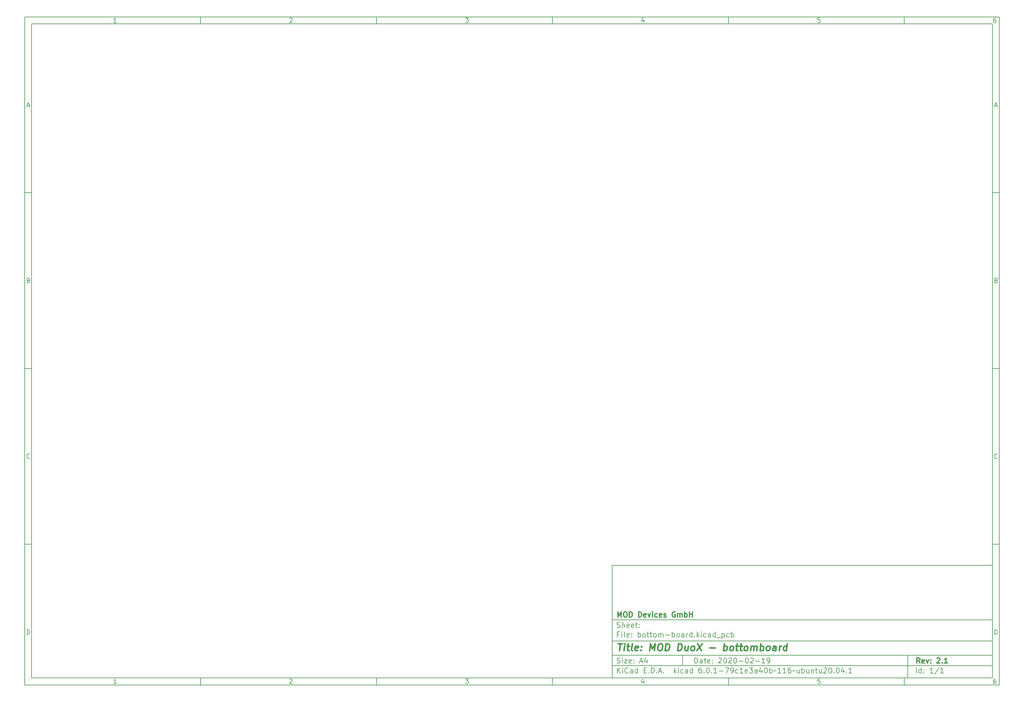
<source format=gbr>
G04 #@! TF.GenerationSoftware,KiCad,Pcbnew,6.0.1-79c1e3a40b~116~ubuntu20.04.1*
G04 #@! TF.CreationDate,2022-01-27T16:10:43+01:00*
G04 #@! TF.ProjectId,bottom-board,626f7474-6f6d-42d6-926f-6172642e6b69,2.1*
G04 #@! TF.SameCoordinates,PX48111b4PY15fd6c8*
G04 #@! TF.FileFunction,Paste,Bot*
G04 #@! TF.FilePolarity,Positive*
%FSLAX46Y46*%
G04 Gerber Fmt 4.6, Leading zero omitted, Abs format (unit mm)*
G04 Created by KiCad (PCBNEW 6.0.1-79c1e3a40b~116~ubuntu20.04.1) date 2022-01-27 16:10:43*
%MOMM*%
%LPD*%
G01*
G04 APERTURE LIST*
%ADD10C,0.100000*%
%ADD11C,0.150000*%
%ADD12C,0.300000*%
%ADD13C,0.400000*%
G04 APERTURE END LIST*
D10*
D11*
X101434660Y-142949080D02*
X101434660Y-174949080D01*
X209434660Y-174949080D01*
X209434660Y-142949080D01*
X101434660Y-142949080D01*
D10*
D11*
X-65567540Y13058120D02*
X-65567540Y-176949080D01*
X211434660Y-176949080D01*
X211434660Y13058120D01*
X-65567540Y13058120D01*
D10*
D11*
X-63567540Y11058120D02*
X-63567540Y-174949080D01*
X209434660Y-174949080D01*
X209434660Y11058120D01*
X-63567540Y11058120D01*
D10*
D11*
X-15567540Y11058120D02*
X-15567540Y13058120D01*
D10*
D11*
X34432460Y11058120D02*
X34432460Y13058120D01*
D10*
D11*
X84432460Y11058120D02*
X84432460Y13058120D01*
D10*
D11*
X134432460Y11058120D02*
X134432460Y13058120D01*
D10*
D11*
X184432460Y11058120D02*
X184432460Y13058120D01*
D10*
D11*
X-39502064Y11470025D02*
X-40244921Y11470025D01*
X-39873493Y11470025D02*
X-39873493Y12770025D01*
X-39997302Y12584311D01*
X-40121112Y12460501D01*
X-40244921Y12398597D01*
D10*
D11*
X9755079Y12646216D02*
X9816983Y12708120D01*
X9940793Y12770025D01*
X10250317Y12770025D01*
X10374126Y12708120D01*
X10436031Y12646216D01*
X10497936Y12522406D01*
X10497936Y12398597D01*
X10436031Y12212882D01*
X9693174Y11470025D01*
X10497936Y11470025D01*
D10*
D11*
X59693174Y12770025D02*
X60497936Y12770025D01*
X60064602Y12274787D01*
X60250317Y12274787D01*
X60374126Y12212882D01*
X60436031Y12150978D01*
X60497936Y12027168D01*
X60497936Y11717644D01*
X60436031Y11593835D01*
X60374126Y11531930D01*
X60250317Y11470025D01*
X59878888Y11470025D01*
X59755079Y11531930D01*
X59693174Y11593835D01*
D10*
D11*
X110374126Y12336692D02*
X110374126Y11470025D01*
X110064602Y12831930D02*
X109755079Y11903359D01*
X110559840Y11903359D01*
D10*
D11*
X160436031Y12770025D02*
X159816983Y12770025D01*
X159755079Y12150978D01*
X159816983Y12212882D01*
X159940793Y12274787D01*
X160250317Y12274787D01*
X160374126Y12212882D01*
X160436031Y12150978D01*
X160497936Y12027168D01*
X160497936Y11717644D01*
X160436031Y11593835D01*
X160374126Y11531930D01*
X160250317Y11470025D01*
X159940793Y11470025D01*
X159816983Y11531930D01*
X159755079Y11593835D01*
D10*
D11*
X210374126Y12770025D02*
X210126507Y12770025D01*
X210002698Y12708120D01*
X209940793Y12646216D01*
X209816983Y12460501D01*
X209755079Y12212882D01*
X209755079Y11717644D01*
X209816983Y11593835D01*
X209878888Y11531930D01*
X210002698Y11470025D01*
X210250317Y11470025D01*
X210374126Y11531930D01*
X210436031Y11593835D01*
X210497936Y11717644D01*
X210497936Y12027168D01*
X210436031Y12150978D01*
X210374126Y12212882D01*
X210250317Y12274787D01*
X210002698Y12274787D01*
X209878888Y12212882D01*
X209816983Y12150978D01*
X209755079Y12027168D01*
D10*
D11*
X-15567540Y-174949080D02*
X-15567540Y-176949080D01*
D10*
D11*
X34432460Y-174949080D02*
X34432460Y-176949080D01*
D10*
D11*
X84432460Y-174949080D02*
X84432460Y-176949080D01*
D10*
D11*
X134432460Y-174949080D02*
X134432460Y-176949080D01*
D10*
D11*
X184432460Y-174949080D02*
X184432460Y-176949080D01*
D10*
D11*
X-39502064Y-176537175D02*
X-40244921Y-176537175D01*
X-39873493Y-176537175D02*
X-39873493Y-175237175D01*
X-39997302Y-175422889D01*
X-40121112Y-175546699D01*
X-40244921Y-175608603D01*
D10*
D11*
X9755079Y-175360984D02*
X9816983Y-175299080D01*
X9940793Y-175237175D01*
X10250317Y-175237175D01*
X10374126Y-175299080D01*
X10436031Y-175360984D01*
X10497936Y-175484794D01*
X10497936Y-175608603D01*
X10436031Y-175794318D01*
X9693174Y-176537175D01*
X10497936Y-176537175D01*
D10*
D11*
X59693174Y-175237175D02*
X60497936Y-175237175D01*
X60064602Y-175732413D01*
X60250317Y-175732413D01*
X60374126Y-175794318D01*
X60436031Y-175856222D01*
X60497936Y-175980032D01*
X60497936Y-176289556D01*
X60436031Y-176413365D01*
X60374126Y-176475270D01*
X60250317Y-176537175D01*
X59878888Y-176537175D01*
X59755079Y-176475270D01*
X59693174Y-176413365D01*
D10*
D11*
X110374126Y-175670508D02*
X110374126Y-176537175D01*
X110064602Y-175175270D02*
X109755079Y-176103841D01*
X110559840Y-176103841D01*
D10*
D11*
X160436031Y-175237175D02*
X159816983Y-175237175D01*
X159755079Y-175856222D01*
X159816983Y-175794318D01*
X159940793Y-175732413D01*
X160250317Y-175732413D01*
X160374126Y-175794318D01*
X160436031Y-175856222D01*
X160497936Y-175980032D01*
X160497936Y-176289556D01*
X160436031Y-176413365D01*
X160374126Y-176475270D01*
X160250317Y-176537175D01*
X159940793Y-176537175D01*
X159816983Y-176475270D01*
X159755079Y-176413365D01*
D10*
D11*
X210374126Y-175237175D02*
X210126507Y-175237175D01*
X210002698Y-175299080D01*
X209940793Y-175360984D01*
X209816983Y-175546699D01*
X209755079Y-175794318D01*
X209755079Y-176289556D01*
X209816983Y-176413365D01*
X209878888Y-176475270D01*
X210002698Y-176537175D01*
X210250317Y-176537175D01*
X210374126Y-176475270D01*
X210436031Y-176413365D01*
X210497936Y-176289556D01*
X210497936Y-175980032D01*
X210436031Y-175856222D01*
X210374126Y-175794318D01*
X210250317Y-175732413D01*
X210002698Y-175732413D01*
X209878888Y-175794318D01*
X209816983Y-175856222D01*
X209755079Y-175980032D01*
D10*
D11*
X-65567540Y-36941880D02*
X-63567540Y-36941880D01*
D10*
D11*
X-65567540Y-86941880D02*
X-63567540Y-86941880D01*
D10*
D11*
X-65567540Y-136941880D02*
X-63567540Y-136941880D01*
D10*
D11*
X-64877064Y-12158546D02*
X-64258017Y-12158546D01*
X-65000874Y-12529975D02*
X-64567540Y-11229975D01*
X-64134207Y-12529975D01*
D10*
D11*
X-64474683Y-61849022D02*
X-64288969Y-61910927D01*
X-64227064Y-61972832D01*
X-64165160Y-62096641D01*
X-64165160Y-62282356D01*
X-64227064Y-62406165D01*
X-64288969Y-62468070D01*
X-64412779Y-62529975D01*
X-64908017Y-62529975D01*
X-64908017Y-61229975D01*
X-64474683Y-61229975D01*
X-64350874Y-61291880D01*
X-64288969Y-61353784D01*
X-64227064Y-61477594D01*
X-64227064Y-61601403D01*
X-64288969Y-61725213D01*
X-64350874Y-61787118D01*
X-64474683Y-61849022D01*
X-64908017Y-61849022D01*
D10*
D11*
X-64165160Y-112406165D02*
X-64227064Y-112468070D01*
X-64412779Y-112529975D01*
X-64536588Y-112529975D01*
X-64722302Y-112468070D01*
X-64846112Y-112344260D01*
X-64908017Y-112220451D01*
X-64969921Y-111972832D01*
X-64969921Y-111787118D01*
X-64908017Y-111539499D01*
X-64846112Y-111415689D01*
X-64722302Y-111291880D01*
X-64536588Y-111229975D01*
X-64412779Y-111229975D01*
X-64227064Y-111291880D01*
X-64165160Y-111353784D01*
D10*
D11*
X-64908017Y-162529975D02*
X-64908017Y-161229975D01*
X-64598493Y-161229975D01*
X-64412779Y-161291880D01*
X-64288969Y-161415689D01*
X-64227064Y-161539499D01*
X-64165160Y-161787118D01*
X-64165160Y-161972832D01*
X-64227064Y-162220451D01*
X-64288969Y-162344260D01*
X-64412779Y-162468070D01*
X-64598493Y-162529975D01*
X-64908017Y-162529975D01*
D10*
D11*
X211434660Y-36941880D02*
X209434660Y-36941880D01*
D10*
D11*
X211434660Y-86941880D02*
X209434660Y-86941880D01*
D10*
D11*
X211434660Y-136941880D02*
X209434660Y-136941880D01*
D10*
D11*
X210125136Y-12158546D02*
X210744183Y-12158546D01*
X210001326Y-12529975D02*
X210434660Y-11229975D01*
X210867993Y-12529975D01*
D10*
D11*
X210527517Y-61849022D02*
X210713231Y-61910927D01*
X210775136Y-61972832D01*
X210837040Y-62096641D01*
X210837040Y-62282356D01*
X210775136Y-62406165D01*
X210713231Y-62468070D01*
X210589421Y-62529975D01*
X210094183Y-62529975D01*
X210094183Y-61229975D01*
X210527517Y-61229975D01*
X210651326Y-61291880D01*
X210713231Y-61353784D01*
X210775136Y-61477594D01*
X210775136Y-61601403D01*
X210713231Y-61725213D01*
X210651326Y-61787118D01*
X210527517Y-61849022D01*
X210094183Y-61849022D01*
D10*
D11*
X210837040Y-112406165D02*
X210775136Y-112468070D01*
X210589421Y-112529975D01*
X210465612Y-112529975D01*
X210279898Y-112468070D01*
X210156088Y-112344260D01*
X210094183Y-112220451D01*
X210032279Y-111972832D01*
X210032279Y-111787118D01*
X210094183Y-111539499D01*
X210156088Y-111415689D01*
X210279898Y-111291880D01*
X210465612Y-111229975D01*
X210589421Y-111229975D01*
X210775136Y-111291880D01*
X210837040Y-111353784D01*
D10*
D11*
X210094183Y-162529975D02*
X210094183Y-161229975D01*
X210403707Y-161229975D01*
X210589421Y-161291880D01*
X210713231Y-161415689D01*
X210775136Y-161539499D01*
X210837040Y-161787118D01*
X210837040Y-161972832D01*
X210775136Y-162220451D01*
X210713231Y-162344260D01*
X210589421Y-162468070D01*
X210403707Y-162529975D01*
X210094183Y-162529975D01*
D10*
D11*
X124866802Y-170727651D02*
X124866802Y-169227651D01*
X125223945Y-169227651D01*
X125438231Y-169299080D01*
X125581088Y-169441937D01*
X125652517Y-169584794D01*
X125723945Y-169870508D01*
X125723945Y-170084794D01*
X125652517Y-170370508D01*
X125581088Y-170513365D01*
X125438231Y-170656222D01*
X125223945Y-170727651D01*
X124866802Y-170727651D01*
X127009660Y-170727651D02*
X127009660Y-169941937D01*
X126938231Y-169799080D01*
X126795374Y-169727651D01*
X126509660Y-169727651D01*
X126366802Y-169799080D01*
X127009660Y-170656222D02*
X126866802Y-170727651D01*
X126509660Y-170727651D01*
X126366802Y-170656222D01*
X126295374Y-170513365D01*
X126295374Y-170370508D01*
X126366802Y-170227651D01*
X126509660Y-170156222D01*
X126866802Y-170156222D01*
X127009660Y-170084794D01*
X127509660Y-169727651D02*
X128081088Y-169727651D01*
X127723945Y-169227651D02*
X127723945Y-170513365D01*
X127795374Y-170656222D01*
X127938231Y-170727651D01*
X128081088Y-170727651D01*
X129152517Y-170656222D02*
X129009660Y-170727651D01*
X128723945Y-170727651D01*
X128581088Y-170656222D01*
X128509660Y-170513365D01*
X128509660Y-169941937D01*
X128581088Y-169799080D01*
X128723945Y-169727651D01*
X129009660Y-169727651D01*
X129152517Y-169799080D01*
X129223945Y-169941937D01*
X129223945Y-170084794D01*
X128509660Y-170227651D01*
X129866802Y-170584794D02*
X129938231Y-170656222D01*
X129866802Y-170727651D01*
X129795374Y-170656222D01*
X129866802Y-170584794D01*
X129866802Y-170727651D01*
X129866802Y-169799080D02*
X129938231Y-169870508D01*
X129866802Y-169941937D01*
X129795374Y-169870508D01*
X129866802Y-169799080D01*
X129866802Y-169941937D01*
X131652517Y-169370508D02*
X131723945Y-169299080D01*
X131866802Y-169227651D01*
X132223945Y-169227651D01*
X132366802Y-169299080D01*
X132438231Y-169370508D01*
X132509660Y-169513365D01*
X132509660Y-169656222D01*
X132438231Y-169870508D01*
X131581088Y-170727651D01*
X132509660Y-170727651D01*
X133438231Y-169227651D02*
X133581088Y-169227651D01*
X133723945Y-169299080D01*
X133795374Y-169370508D01*
X133866802Y-169513365D01*
X133938231Y-169799080D01*
X133938231Y-170156222D01*
X133866802Y-170441937D01*
X133795374Y-170584794D01*
X133723945Y-170656222D01*
X133581088Y-170727651D01*
X133438231Y-170727651D01*
X133295374Y-170656222D01*
X133223945Y-170584794D01*
X133152517Y-170441937D01*
X133081088Y-170156222D01*
X133081088Y-169799080D01*
X133152517Y-169513365D01*
X133223945Y-169370508D01*
X133295374Y-169299080D01*
X133438231Y-169227651D01*
X134509660Y-169370508D02*
X134581088Y-169299080D01*
X134723945Y-169227651D01*
X135081088Y-169227651D01*
X135223945Y-169299080D01*
X135295374Y-169370508D01*
X135366802Y-169513365D01*
X135366802Y-169656222D01*
X135295374Y-169870508D01*
X134438231Y-170727651D01*
X135366802Y-170727651D01*
X136295374Y-169227651D02*
X136438231Y-169227651D01*
X136581088Y-169299080D01*
X136652517Y-169370508D01*
X136723945Y-169513365D01*
X136795374Y-169799080D01*
X136795374Y-170156222D01*
X136723945Y-170441937D01*
X136652517Y-170584794D01*
X136581088Y-170656222D01*
X136438231Y-170727651D01*
X136295374Y-170727651D01*
X136152517Y-170656222D01*
X136081088Y-170584794D01*
X136009660Y-170441937D01*
X135938231Y-170156222D01*
X135938231Y-169799080D01*
X136009660Y-169513365D01*
X136081088Y-169370508D01*
X136152517Y-169299080D01*
X136295374Y-169227651D01*
X137438231Y-170156222D02*
X138581088Y-170156222D01*
X139581088Y-169227651D02*
X139723945Y-169227651D01*
X139866802Y-169299080D01*
X139938231Y-169370508D01*
X140009660Y-169513365D01*
X140081088Y-169799080D01*
X140081088Y-170156222D01*
X140009660Y-170441937D01*
X139938231Y-170584794D01*
X139866802Y-170656222D01*
X139723945Y-170727651D01*
X139581088Y-170727651D01*
X139438231Y-170656222D01*
X139366802Y-170584794D01*
X139295374Y-170441937D01*
X139223945Y-170156222D01*
X139223945Y-169799080D01*
X139295374Y-169513365D01*
X139366802Y-169370508D01*
X139438231Y-169299080D01*
X139581088Y-169227651D01*
X140652517Y-169370508D02*
X140723945Y-169299080D01*
X140866802Y-169227651D01*
X141223945Y-169227651D01*
X141366802Y-169299080D01*
X141438231Y-169370508D01*
X141509660Y-169513365D01*
X141509660Y-169656222D01*
X141438231Y-169870508D01*
X140581088Y-170727651D01*
X141509660Y-170727651D01*
X142152517Y-170156222D02*
X143295374Y-170156222D01*
X144795374Y-170727651D02*
X143938231Y-170727651D01*
X144366802Y-170727651D02*
X144366802Y-169227651D01*
X144223945Y-169441937D01*
X144081088Y-169584794D01*
X143938231Y-169656222D01*
X145509660Y-170727651D02*
X145795374Y-170727651D01*
X145938231Y-170656222D01*
X146009660Y-170584794D01*
X146152517Y-170370508D01*
X146223945Y-170084794D01*
X146223945Y-169513365D01*
X146152517Y-169370508D01*
X146081088Y-169299080D01*
X145938231Y-169227651D01*
X145652517Y-169227651D01*
X145509660Y-169299080D01*
X145438231Y-169370508D01*
X145366802Y-169513365D01*
X145366802Y-169870508D01*
X145438231Y-170013365D01*
X145509660Y-170084794D01*
X145652517Y-170156222D01*
X145938231Y-170156222D01*
X146081088Y-170084794D01*
X146152517Y-170013365D01*
X146223945Y-169870508D01*
D10*
D11*
X101434660Y-171449080D02*
X209434660Y-171449080D01*
D10*
D11*
X102866802Y-173527651D02*
X102866802Y-172027651D01*
X103723945Y-173527651D02*
X103081088Y-172670508D01*
X103723945Y-172027651D02*
X102866802Y-172884794D01*
X104366802Y-173527651D02*
X104366802Y-172527651D01*
X104366802Y-172027651D02*
X104295374Y-172099080D01*
X104366802Y-172170508D01*
X104438231Y-172099080D01*
X104366802Y-172027651D01*
X104366802Y-172170508D01*
X105938231Y-173384794D02*
X105866802Y-173456222D01*
X105652517Y-173527651D01*
X105509660Y-173527651D01*
X105295374Y-173456222D01*
X105152517Y-173313365D01*
X105081088Y-173170508D01*
X105009660Y-172884794D01*
X105009660Y-172670508D01*
X105081088Y-172384794D01*
X105152517Y-172241937D01*
X105295374Y-172099080D01*
X105509660Y-172027651D01*
X105652517Y-172027651D01*
X105866802Y-172099080D01*
X105938231Y-172170508D01*
X107223945Y-173527651D02*
X107223945Y-172741937D01*
X107152517Y-172599080D01*
X107009660Y-172527651D01*
X106723945Y-172527651D01*
X106581088Y-172599080D01*
X107223945Y-173456222D02*
X107081088Y-173527651D01*
X106723945Y-173527651D01*
X106581088Y-173456222D01*
X106509660Y-173313365D01*
X106509660Y-173170508D01*
X106581088Y-173027651D01*
X106723945Y-172956222D01*
X107081088Y-172956222D01*
X107223945Y-172884794D01*
X108581088Y-173527651D02*
X108581088Y-172027651D01*
X108581088Y-173456222D02*
X108438231Y-173527651D01*
X108152517Y-173527651D01*
X108009660Y-173456222D01*
X107938231Y-173384794D01*
X107866802Y-173241937D01*
X107866802Y-172813365D01*
X107938231Y-172670508D01*
X108009660Y-172599080D01*
X108152517Y-172527651D01*
X108438231Y-172527651D01*
X108581088Y-172599080D01*
X110438231Y-172741937D02*
X110938231Y-172741937D01*
X111152517Y-173527651D02*
X110438231Y-173527651D01*
X110438231Y-172027651D01*
X111152517Y-172027651D01*
X111795374Y-173384794D02*
X111866802Y-173456222D01*
X111795374Y-173527651D01*
X111723945Y-173456222D01*
X111795374Y-173384794D01*
X111795374Y-173527651D01*
X112509660Y-173527651D02*
X112509660Y-172027651D01*
X112866802Y-172027651D01*
X113081088Y-172099080D01*
X113223945Y-172241937D01*
X113295374Y-172384794D01*
X113366802Y-172670508D01*
X113366802Y-172884794D01*
X113295374Y-173170508D01*
X113223945Y-173313365D01*
X113081088Y-173456222D01*
X112866802Y-173527651D01*
X112509660Y-173527651D01*
X114009660Y-173384794D02*
X114081088Y-173456222D01*
X114009660Y-173527651D01*
X113938231Y-173456222D01*
X114009660Y-173384794D01*
X114009660Y-173527651D01*
X114652517Y-173099080D02*
X115366802Y-173099080D01*
X114509660Y-173527651D02*
X115009660Y-172027651D01*
X115509660Y-173527651D01*
X116009660Y-173384794D02*
X116081088Y-173456222D01*
X116009660Y-173527651D01*
X115938231Y-173456222D01*
X116009660Y-173384794D01*
X116009660Y-173527651D01*
X119009660Y-173527651D02*
X119009660Y-172027651D01*
X119152517Y-172956222D02*
X119581088Y-173527651D01*
X119581088Y-172527651D02*
X119009660Y-173099080D01*
X120223945Y-173527651D02*
X120223945Y-172527651D01*
X120223945Y-172027651D02*
X120152517Y-172099080D01*
X120223945Y-172170508D01*
X120295374Y-172099080D01*
X120223945Y-172027651D01*
X120223945Y-172170508D01*
X121581088Y-173456222D02*
X121438231Y-173527651D01*
X121152517Y-173527651D01*
X121009660Y-173456222D01*
X120938231Y-173384794D01*
X120866802Y-173241937D01*
X120866802Y-172813365D01*
X120938231Y-172670508D01*
X121009660Y-172599080D01*
X121152517Y-172527651D01*
X121438231Y-172527651D01*
X121581088Y-172599080D01*
X122866802Y-173527651D02*
X122866802Y-172741937D01*
X122795374Y-172599080D01*
X122652517Y-172527651D01*
X122366802Y-172527651D01*
X122223945Y-172599080D01*
X122866802Y-173456222D02*
X122723945Y-173527651D01*
X122366802Y-173527651D01*
X122223945Y-173456222D01*
X122152517Y-173313365D01*
X122152517Y-173170508D01*
X122223945Y-173027651D01*
X122366802Y-172956222D01*
X122723945Y-172956222D01*
X122866802Y-172884794D01*
X124223945Y-173527651D02*
X124223945Y-172027651D01*
X124223945Y-173456222D02*
X124081088Y-173527651D01*
X123795374Y-173527651D01*
X123652517Y-173456222D01*
X123581088Y-173384794D01*
X123509660Y-173241937D01*
X123509660Y-172813365D01*
X123581088Y-172670508D01*
X123652517Y-172599080D01*
X123795374Y-172527651D01*
X124081088Y-172527651D01*
X124223945Y-172599080D01*
X126723945Y-172027651D02*
X126438231Y-172027651D01*
X126295374Y-172099080D01*
X126223945Y-172170508D01*
X126081088Y-172384794D01*
X126009660Y-172670508D01*
X126009660Y-173241937D01*
X126081088Y-173384794D01*
X126152517Y-173456222D01*
X126295374Y-173527651D01*
X126581088Y-173527651D01*
X126723945Y-173456222D01*
X126795374Y-173384794D01*
X126866802Y-173241937D01*
X126866802Y-172884794D01*
X126795374Y-172741937D01*
X126723945Y-172670508D01*
X126581088Y-172599080D01*
X126295374Y-172599080D01*
X126152517Y-172670508D01*
X126081088Y-172741937D01*
X126009660Y-172884794D01*
X127509660Y-173384794D02*
X127581088Y-173456222D01*
X127509660Y-173527651D01*
X127438231Y-173456222D01*
X127509660Y-173384794D01*
X127509660Y-173527651D01*
X128509660Y-172027651D02*
X128652517Y-172027651D01*
X128795374Y-172099080D01*
X128866802Y-172170508D01*
X128938231Y-172313365D01*
X129009660Y-172599080D01*
X129009660Y-172956222D01*
X128938231Y-173241937D01*
X128866802Y-173384794D01*
X128795374Y-173456222D01*
X128652517Y-173527651D01*
X128509660Y-173527651D01*
X128366802Y-173456222D01*
X128295374Y-173384794D01*
X128223945Y-173241937D01*
X128152517Y-172956222D01*
X128152517Y-172599080D01*
X128223945Y-172313365D01*
X128295374Y-172170508D01*
X128366802Y-172099080D01*
X128509660Y-172027651D01*
X129652517Y-173384794D02*
X129723945Y-173456222D01*
X129652517Y-173527651D01*
X129581088Y-173456222D01*
X129652517Y-173384794D01*
X129652517Y-173527651D01*
X131152517Y-173527651D02*
X130295374Y-173527651D01*
X130723945Y-173527651D02*
X130723945Y-172027651D01*
X130581088Y-172241937D01*
X130438231Y-172384794D01*
X130295374Y-172456222D01*
X131795374Y-172956222D02*
X132938231Y-172956222D01*
X133509660Y-172027651D02*
X134509660Y-172027651D01*
X133866802Y-173527651D01*
X135152517Y-173527651D02*
X135438231Y-173527651D01*
X135581088Y-173456222D01*
X135652517Y-173384794D01*
X135795374Y-173170508D01*
X135866802Y-172884794D01*
X135866802Y-172313365D01*
X135795374Y-172170508D01*
X135723945Y-172099080D01*
X135581088Y-172027651D01*
X135295374Y-172027651D01*
X135152517Y-172099080D01*
X135081088Y-172170508D01*
X135009660Y-172313365D01*
X135009660Y-172670508D01*
X135081088Y-172813365D01*
X135152517Y-172884794D01*
X135295374Y-172956222D01*
X135581088Y-172956222D01*
X135723945Y-172884794D01*
X135795374Y-172813365D01*
X135866802Y-172670508D01*
X137152517Y-173456222D02*
X137009660Y-173527651D01*
X136723945Y-173527651D01*
X136581088Y-173456222D01*
X136509660Y-173384794D01*
X136438231Y-173241937D01*
X136438231Y-172813365D01*
X136509660Y-172670508D01*
X136581088Y-172599080D01*
X136723945Y-172527651D01*
X137009660Y-172527651D01*
X137152517Y-172599080D01*
X138581088Y-173527651D02*
X137723945Y-173527651D01*
X138152517Y-173527651D02*
X138152517Y-172027651D01*
X138009660Y-172241937D01*
X137866802Y-172384794D01*
X137723945Y-172456222D01*
X139795374Y-173456222D02*
X139652517Y-173527651D01*
X139366802Y-173527651D01*
X139223945Y-173456222D01*
X139152517Y-173313365D01*
X139152517Y-172741937D01*
X139223945Y-172599080D01*
X139366802Y-172527651D01*
X139652517Y-172527651D01*
X139795374Y-172599080D01*
X139866802Y-172741937D01*
X139866802Y-172884794D01*
X139152517Y-173027651D01*
X140366802Y-172027651D02*
X141295374Y-172027651D01*
X140795374Y-172599080D01*
X141009660Y-172599080D01*
X141152517Y-172670508D01*
X141223945Y-172741937D01*
X141295374Y-172884794D01*
X141295374Y-173241937D01*
X141223945Y-173384794D01*
X141152517Y-173456222D01*
X141009660Y-173527651D01*
X140581088Y-173527651D01*
X140438231Y-173456222D01*
X140366802Y-173384794D01*
X142581088Y-173527651D02*
X142581088Y-172741937D01*
X142509660Y-172599080D01*
X142366802Y-172527651D01*
X142081088Y-172527651D01*
X141938231Y-172599080D01*
X142581088Y-173456222D02*
X142438231Y-173527651D01*
X142081088Y-173527651D01*
X141938231Y-173456222D01*
X141866802Y-173313365D01*
X141866802Y-173170508D01*
X141938231Y-173027651D01*
X142081088Y-172956222D01*
X142438231Y-172956222D01*
X142581088Y-172884794D01*
X143938231Y-172527651D02*
X143938231Y-173527651D01*
X143581088Y-171956222D02*
X143223945Y-173027651D01*
X144152517Y-173027651D01*
X145009660Y-172027651D02*
X145152517Y-172027651D01*
X145295374Y-172099080D01*
X145366802Y-172170508D01*
X145438231Y-172313365D01*
X145509660Y-172599080D01*
X145509660Y-172956222D01*
X145438231Y-173241937D01*
X145366802Y-173384794D01*
X145295374Y-173456222D01*
X145152517Y-173527651D01*
X145009660Y-173527651D01*
X144866802Y-173456222D01*
X144795374Y-173384794D01*
X144723945Y-173241937D01*
X144652517Y-172956222D01*
X144652517Y-172599080D01*
X144723945Y-172313365D01*
X144795374Y-172170508D01*
X144866802Y-172099080D01*
X145009660Y-172027651D01*
X146152517Y-173527651D02*
X146152517Y-172027651D01*
X146152517Y-172599080D02*
X146295374Y-172527651D01*
X146581088Y-172527651D01*
X146723945Y-172599080D01*
X146795374Y-172670508D01*
X146866802Y-172813365D01*
X146866802Y-173241937D01*
X146795374Y-173384794D01*
X146723945Y-173456222D01*
X146581088Y-173527651D01*
X146295374Y-173527651D01*
X146152517Y-173456222D01*
X147295374Y-172956222D02*
X147366802Y-172884794D01*
X147509660Y-172813365D01*
X147795374Y-172956222D01*
X147938231Y-172884794D01*
X148009660Y-172813365D01*
X149366802Y-173527651D02*
X148509660Y-173527651D01*
X148938231Y-173527651D02*
X148938231Y-172027651D01*
X148795374Y-172241937D01*
X148652517Y-172384794D01*
X148509660Y-172456222D01*
X150795374Y-173527651D02*
X149938231Y-173527651D01*
X150366802Y-173527651D02*
X150366802Y-172027651D01*
X150223945Y-172241937D01*
X150081088Y-172384794D01*
X149938231Y-172456222D01*
X152081088Y-172027651D02*
X151795374Y-172027651D01*
X151652517Y-172099080D01*
X151581088Y-172170508D01*
X151438231Y-172384794D01*
X151366802Y-172670508D01*
X151366802Y-173241937D01*
X151438231Y-173384794D01*
X151509659Y-173456222D01*
X151652517Y-173527651D01*
X151938231Y-173527651D01*
X152081088Y-173456222D01*
X152152517Y-173384794D01*
X152223945Y-173241937D01*
X152223945Y-172884794D01*
X152152517Y-172741937D01*
X152081088Y-172670508D01*
X151938231Y-172599080D01*
X151652517Y-172599080D01*
X151509659Y-172670508D01*
X151438231Y-172741937D01*
X151366802Y-172884794D01*
X152652517Y-172956222D02*
X152723945Y-172884794D01*
X152866802Y-172813365D01*
X153152517Y-172956222D01*
X153295374Y-172884794D01*
X153366802Y-172813365D01*
X154581088Y-172527651D02*
X154581088Y-173527651D01*
X153938231Y-172527651D02*
X153938231Y-173313365D01*
X154009659Y-173456222D01*
X154152517Y-173527651D01*
X154366802Y-173527651D01*
X154509659Y-173456222D01*
X154581088Y-173384794D01*
X155295374Y-173527651D02*
X155295374Y-172027651D01*
X155295374Y-172599080D02*
X155438231Y-172527651D01*
X155723945Y-172527651D01*
X155866802Y-172599080D01*
X155938231Y-172670508D01*
X156009660Y-172813365D01*
X156009660Y-173241937D01*
X155938231Y-173384794D01*
X155866802Y-173456222D01*
X155723945Y-173527651D01*
X155438231Y-173527651D01*
X155295374Y-173456222D01*
X157295374Y-172527651D02*
X157295374Y-173527651D01*
X156652517Y-172527651D02*
X156652517Y-173313365D01*
X156723945Y-173456222D01*
X156866802Y-173527651D01*
X157081088Y-173527651D01*
X157223945Y-173456222D01*
X157295374Y-173384794D01*
X158009660Y-172527651D02*
X158009660Y-173527651D01*
X158009660Y-172670508D02*
X158081088Y-172599080D01*
X158223945Y-172527651D01*
X158438231Y-172527651D01*
X158581088Y-172599080D01*
X158652517Y-172741937D01*
X158652517Y-173527651D01*
X159152517Y-172527651D02*
X159723945Y-172527651D01*
X159366802Y-172027651D02*
X159366802Y-173313365D01*
X159438231Y-173456222D01*
X159581088Y-173527651D01*
X159723945Y-173527651D01*
X160866802Y-172527651D02*
X160866802Y-173527651D01*
X160223945Y-172527651D02*
X160223945Y-173313365D01*
X160295374Y-173456222D01*
X160438231Y-173527651D01*
X160652517Y-173527651D01*
X160795374Y-173456222D01*
X160866802Y-173384794D01*
X161509660Y-172170508D02*
X161581088Y-172099080D01*
X161723945Y-172027651D01*
X162081088Y-172027651D01*
X162223945Y-172099080D01*
X162295374Y-172170508D01*
X162366802Y-172313365D01*
X162366802Y-172456222D01*
X162295374Y-172670508D01*
X161438231Y-173527651D01*
X162366802Y-173527651D01*
X163295374Y-172027651D02*
X163438231Y-172027651D01*
X163581088Y-172099080D01*
X163652517Y-172170508D01*
X163723945Y-172313365D01*
X163795374Y-172599080D01*
X163795374Y-172956222D01*
X163723945Y-173241937D01*
X163652517Y-173384794D01*
X163581088Y-173456222D01*
X163438231Y-173527651D01*
X163295374Y-173527651D01*
X163152517Y-173456222D01*
X163081088Y-173384794D01*
X163009660Y-173241937D01*
X162938231Y-172956222D01*
X162938231Y-172599080D01*
X163009660Y-172313365D01*
X163081088Y-172170508D01*
X163152517Y-172099080D01*
X163295374Y-172027651D01*
X164438231Y-173384794D02*
X164509659Y-173456222D01*
X164438231Y-173527651D01*
X164366802Y-173456222D01*
X164438231Y-173384794D01*
X164438231Y-173527651D01*
X165438231Y-172027651D02*
X165581088Y-172027651D01*
X165723945Y-172099080D01*
X165795374Y-172170508D01*
X165866802Y-172313365D01*
X165938231Y-172599080D01*
X165938231Y-172956222D01*
X165866802Y-173241937D01*
X165795374Y-173384794D01*
X165723945Y-173456222D01*
X165581088Y-173527651D01*
X165438231Y-173527651D01*
X165295374Y-173456222D01*
X165223945Y-173384794D01*
X165152517Y-173241937D01*
X165081088Y-172956222D01*
X165081088Y-172599080D01*
X165152517Y-172313365D01*
X165223945Y-172170508D01*
X165295374Y-172099080D01*
X165438231Y-172027651D01*
X167223945Y-172527651D02*
X167223945Y-173527651D01*
X166866802Y-171956222D02*
X166509659Y-173027651D01*
X167438231Y-173027651D01*
X168009659Y-173384794D02*
X168081088Y-173456222D01*
X168009659Y-173527651D01*
X167938231Y-173456222D01*
X168009659Y-173384794D01*
X168009659Y-173527651D01*
X169509659Y-173527651D02*
X168652517Y-173527651D01*
X169081088Y-173527651D02*
X169081088Y-172027651D01*
X168938231Y-172241937D01*
X168795374Y-172384794D01*
X168652517Y-172456222D01*
D10*
D11*
X101434660Y-168449080D02*
X209434660Y-168449080D01*
D10*
D12*
X188843945Y-170727651D02*
X188343945Y-170013365D01*
X187986802Y-170727651D02*
X187986802Y-169227651D01*
X188558231Y-169227651D01*
X188701088Y-169299080D01*
X188772517Y-169370508D01*
X188843945Y-169513365D01*
X188843945Y-169727651D01*
X188772517Y-169870508D01*
X188701088Y-169941937D01*
X188558231Y-170013365D01*
X187986802Y-170013365D01*
X190058231Y-170656222D02*
X189915374Y-170727651D01*
X189629660Y-170727651D01*
X189486802Y-170656222D01*
X189415374Y-170513365D01*
X189415374Y-169941937D01*
X189486802Y-169799080D01*
X189629660Y-169727651D01*
X189915374Y-169727651D01*
X190058231Y-169799080D01*
X190129660Y-169941937D01*
X190129660Y-170084794D01*
X189415374Y-170227651D01*
X190629660Y-169727651D02*
X190986802Y-170727651D01*
X191343945Y-169727651D01*
X191915374Y-170584794D02*
X191986802Y-170656222D01*
X191915374Y-170727651D01*
X191843945Y-170656222D01*
X191915374Y-170584794D01*
X191915374Y-170727651D01*
X191915374Y-169799080D02*
X191986802Y-169870508D01*
X191915374Y-169941937D01*
X191843945Y-169870508D01*
X191915374Y-169799080D01*
X191915374Y-169941937D01*
X193701088Y-169370508D02*
X193772517Y-169299080D01*
X193915374Y-169227651D01*
X194272517Y-169227651D01*
X194415374Y-169299080D01*
X194486802Y-169370508D01*
X194558231Y-169513365D01*
X194558231Y-169656222D01*
X194486802Y-169870508D01*
X193629660Y-170727651D01*
X194558231Y-170727651D01*
X195201088Y-170584794D02*
X195272517Y-170656222D01*
X195201088Y-170727651D01*
X195129660Y-170656222D01*
X195201088Y-170584794D01*
X195201088Y-170727651D01*
X196701088Y-170727651D02*
X195843945Y-170727651D01*
X196272517Y-170727651D02*
X196272517Y-169227651D01*
X196129660Y-169441937D01*
X195986802Y-169584794D01*
X195843945Y-169656222D01*
D10*
D11*
X102795374Y-170656222D02*
X103009660Y-170727651D01*
X103366802Y-170727651D01*
X103509660Y-170656222D01*
X103581088Y-170584794D01*
X103652517Y-170441937D01*
X103652517Y-170299080D01*
X103581088Y-170156222D01*
X103509660Y-170084794D01*
X103366802Y-170013365D01*
X103081088Y-169941937D01*
X102938231Y-169870508D01*
X102866802Y-169799080D01*
X102795374Y-169656222D01*
X102795374Y-169513365D01*
X102866802Y-169370508D01*
X102938231Y-169299080D01*
X103081088Y-169227651D01*
X103438231Y-169227651D01*
X103652517Y-169299080D01*
X104295374Y-170727651D02*
X104295374Y-169727651D01*
X104295374Y-169227651D02*
X104223945Y-169299080D01*
X104295374Y-169370508D01*
X104366802Y-169299080D01*
X104295374Y-169227651D01*
X104295374Y-169370508D01*
X104866802Y-169727651D02*
X105652517Y-169727651D01*
X104866802Y-170727651D01*
X105652517Y-170727651D01*
X106795374Y-170656222D02*
X106652517Y-170727651D01*
X106366802Y-170727651D01*
X106223945Y-170656222D01*
X106152517Y-170513365D01*
X106152517Y-169941937D01*
X106223945Y-169799080D01*
X106366802Y-169727651D01*
X106652517Y-169727651D01*
X106795374Y-169799080D01*
X106866802Y-169941937D01*
X106866802Y-170084794D01*
X106152517Y-170227651D01*
X107509660Y-170584794D02*
X107581088Y-170656222D01*
X107509660Y-170727651D01*
X107438231Y-170656222D01*
X107509660Y-170584794D01*
X107509660Y-170727651D01*
X107509660Y-169799080D02*
X107581088Y-169870508D01*
X107509660Y-169941937D01*
X107438231Y-169870508D01*
X107509660Y-169799080D01*
X107509660Y-169941937D01*
X109295374Y-170299080D02*
X110009660Y-170299080D01*
X109152517Y-170727651D02*
X109652517Y-169227651D01*
X110152517Y-170727651D01*
X111295374Y-169727651D02*
X111295374Y-170727651D01*
X110938231Y-169156222D02*
X110581088Y-170227651D01*
X111509660Y-170227651D01*
D10*
D11*
X187866802Y-173527651D02*
X187866802Y-172027651D01*
X189223945Y-173527651D02*
X189223945Y-172027651D01*
X189223945Y-173456222D02*
X189081088Y-173527651D01*
X188795374Y-173527651D01*
X188652517Y-173456222D01*
X188581088Y-173384794D01*
X188509660Y-173241937D01*
X188509660Y-172813365D01*
X188581088Y-172670508D01*
X188652517Y-172599080D01*
X188795374Y-172527651D01*
X189081088Y-172527651D01*
X189223945Y-172599080D01*
X189938231Y-173384794D02*
X190009660Y-173456222D01*
X189938231Y-173527651D01*
X189866802Y-173456222D01*
X189938231Y-173384794D01*
X189938231Y-173527651D01*
X189938231Y-172599080D02*
X190009660Y-172670508D01*
X189938231Y-172741937D01*
X189866802Y-172670508D01*
X189938231Y-172599080D01*
X189938231Y-172741937D01*
X192581088Y-173527651D02*
X191723945Y-173527651D01*
X192152517Y-173527651D02*
X192152517Y-172027651D01*
X192009660Y-172241937D01*
X191866802Y-172384794D01*
X191723945Y-172456222D01*
X194295374Y-171956222D02*
X193009660Y-173884794D01*
X195581088Y-173527651D02*
X194723945Y-173527651D01*
X195152517Y-173527651D02*
X195152517Y-172027651D01*
X195009660Y-172241937D01*
X194866802Y-172384794D01*
X194723945Y-172456222D01*
D10*
D11*
X101434660Y-164449080D02*
X209434660Y-164449080D01*
D10*
D13*
X103147040Y-165153841D02*
X104289898Y-165153841D01*
X103468469Y-167153841D02*
X103718469Y-165153841D01*
X104706564Y-167153841D02*
X104873231Y-165820508D01*
X104956564Y-165153841D02*
X104849421Y-165249080D01*
X104932755Y-165344318D01*
X105039898Y-165249080D01*
X104956564Y-165153841D01*
X104932755Y-165344318D01*
X105539898Y-165820508D02*
X106301802Y-165820508D01*
X105908945Y-165153841D02*
X105694660Y-166868127D01*
X105766088Y-167058603D01*
X105944660Y-167153841D01*
X106135136Y-167153841D01*
X107087517Y-167153841D02*
X106908945Y-167058603D01*
X106837517Y-166868127D01*
X107051802Y-165153841D01*
X108623231Y-167058603D02*
X108420850Y-167153841D01*
X108039898Y-167153841D01*
X107861326Y-167058603D01*
X107789898Y-166868127D01*
X107885136Y-166106222D01*
X108004183Y-165915746D01*
X108206564Y-165820508D01*
X108587517Y-165820508D01*
X108766088Y-165915746D01*
X108837517Y-166106222D01*
X108813707Y-166296699D01*
X107837517Y-166487175D01*
X109587517Y-166963365D02*
X109670850Y-167058603D01*
X109563707Y-167153841D01*
X109480374Y-167058603D01*
X109587517Y-166963365D01*
X109563707Y-167153841D01*
X109718469Y-165915746D02*
X109801802Y-166010984D01*
X109694660Y-166106222D01*
X109611326Y-166010984D01*
X109718469Y-165915746D01*
X109694660Y-166106222D01*
X112039898Y-167153841D02*
X112289898Y-165153841D01*
X112777993Y-166582413D01*
X113623231Y-165153841D01*
X113373231Y-167153841D01*
X114956564Y-165153841D02*
X115337517Y-165153841D01*
X115516088Y-165249080D01*
X115682755Y-165439556D01*
X115730374Y-165820508D01*
X115647040Y-166487175D01*
X115504183Y-166868127D01*
X115289898Y-167058603D01*
X115087517Y-167153841D01*
X114706564Y-167153841D01*
X114527993Y-167058603D01*
X114361326Y-166868127D01*
X114313707Y-166487175D01*
X114397040Y-165820508D01*
X114539898Y-165439556D01*
X114754183Y-165249080D01*
X114956564Y-165153841D01*
X116420850Y-167153841D02*
X116670850Y-165153841D01*
X117147040Y-165153841D01*
X117420850Y-165249080D01*
X117587517Y-165439556D01*
X117658945Y-165630032D01*
X117706564Y-166010984D01*
X117670850Y-166296699D01*
X117527993Y-166677651D01*
X117408945Y-166868127D01*
X117194660Y-167058603D01*
X116897040Y-167153841D01*
X116420850Y-167153841D01*
X119944660Y-167153841D02*
X120194660Y-165153841D01*
X120670850Y-165153841D01*
X120944660Y-165249080D01*
X121111326Y-165439556D01*
X121182755Y-165630032D01*
X121230374Y-166010984D01*
X121194660Y-166296699D01*
X121051802Y-166677651D01*
X120932755Y-166868127D01*
X120718469Y-167058603D01*
X120420850Y-167153841D01*
X119944660Y-167153841D01*
X122968469Y-165820508D02*
X122801802Y-167153841D01*
X122111326Y-165820508D02*
X121980374Y-166868127D01*
X122051802Y-167058603D01*
X122230374Y-167153841D01*
X122516088Y-167153841D01*
X122718469Y-167058603D01*
X122825612Y-166963365D01*
X124039898Y-167153841D02*
X123861326Y-167058603D01*
X123777993Y-166963365D01*
X123706564Y-166772889D01*
X123777993Y-166201460D01*
X123897040Y-166010984D01*
X124004183Y-165915746D01*
X124206564Y-165820508D01*
X124492279Y-165820508D01*
X124670850Y-165915746D01*
X124754183Y-166010984D01*
X124825612Y-166201460D01*
X124754183Y-166772889D01*
X124635136Y-166963365D01*
X124527993Y-167058603D01*
X124325612Y-167153841D01*
X124039898Y-167153841D01*
X125623231Y-165153841D02*
X126706564Y-167153841D01*
X126956564Y-165153841D02*
X125373231Y-167153841D01*
X129087517Y-166391937D02*
X130611326Y-166391937D01*
X132992279Y-167153841D02*
X133242279Y-165153841D01*
X133147040Y-165915746D02*
X133349421Y-165820508D01*
X133730374Y-165820508D01*
X133908945Y-165915746D01*
X133992279Y-166010984D01*
X134063707Y-166201460D01*
X133992279Y-166772889D01*
X133873231Y-166963365D01*
X133766088Y-167058603D01*
X133563707Y-167153841D01*
X133182755Y-167153841D01*
X133004183Y-167058603D01*
X135087517Y-167153841D02*
X134908945Y-167058603D01*
X134825612Y-166963365D01*
X134754183Y-166772889D01*
X134825612Y-166201460D01*
X134944660Y-166010984D01*
X135051802Y-165915746D01*
X135254183Y-165820508D01*
X135539898Y-165820508D01*
X135718469Y-165915746D01*
X135801802Y-166010984D01*
X135873231Y-166201460D01*
X135801802Y-166772889D01*
X135682755Y-166963365D01*
X135575612Y-167058603D01*
X135373231Y-167153841D01*
X135087517Y-167153841D01*
X136492279Y-165820508D02*
X137254183Y-165820508D01*
X136861326Y-165153841D02*
X136647040Y-166868127D01*
X136718469Y-167058603D01*
X136897040Y-167153841D01*
X137087517Y-167153841D01*
X137635136Y-165820508D02*
X138397040Y-165820508D01*
X138004183Y-165153841D02*
X137789898Y-166868127D01*
X137861326Y-167058603D01*
X138039898Y-167153841D01*
X138230374Y-167153841D01*
X139182755Y-167153841D02*
X139004183Y-167058603D01*
X138920850Y-166963365D01*
X138849421Y-166772889D01*
X138920850Y-166201460D01*
X139039898Y-166010984D01*
X139147040Y-165915746D01*
X139349421Y-165820508D01*
X139635136Y-165820508D01*
X139813707Y-165915746D01*
X139897040Y-166010984D01*
X139968469Y-166201460D01*
X139897040Y-166772889D01*
X139777993Y-166963365D01*
X139670850Y-167058603D01*
X139468469Y-167153841D01*
X139182755Y-167153841D01*
X140706564Y-167153841D02*
X140873231Y-165820508D01*
X140849421Y-166010984D02*
X140956564Y-165915746D01*
X141158945Y-165820508D01*
X141444660Y-165820508D01*
X141623231Y-165915746D01*
X141694660Y-166106222D01*
X141563707Y-167153841D01*
X141694660Y-166106222D02*
X141813707Y-165915746D01*
X142016088Y-165820508D01*
X142301802Y-165820508D01*
X142480374Y-165915746D01*
X142551802Y-166106222D01*
X142420850Y-167153841D01*
X143373231Y-167153841D02*
X143623231Y-165153841D01*
X143527993Y-165915746D02*
X143730374Y-165820508D01*
X144111326Y-165820508D01*
X144289898Y-165915746D01*
X144373231Y-166010984D01*
X144444660Y-166201460D01*
X144373231Y-166772889D01*
X144254183Y-166963365D01*
X144147040Y-167058603D01*
X143944660Y-167153841D01*
X143563707Y-167153841D01*
X143385136Y-167058603D01*
X145468469Y-167153841D02*
X145289898Y-167058603D01*
X145206564Y-166963365D01*
X145135136Y-166772889D01*
X145206564Y-166201460D01*
X145325612Y-166010984D01*
X145432755Y-165915746D01*
X145635136Y-165820508D01*
X145920850Y-165820508D01*
X146099421Y-165915746D01*
X146182755Y-166010984D01*
X146254183Y-166201460D01*
X146182755Y-166772889D01*
X146063707Y-166963365D01*
X145956564Y-167058603D01*
X145754183Y-167153841D01*
X145468469Y-167153841D01*
X147849421Y-167153841D02*
X147980374Y-166106222D01*
X147908945Y-165915746D01*
X147730374Y-165820508D01*
X147349421Y-165820508D01*
X147147040Y-165915746D01*
X147861326Y-167058603D02*
X147658945Y-167153841D01*
X147182755Y-167153841D01*
X147004183Y-167058603D01*
X146932755Y-166868127D01*
X146956564Y-166677651D01*
X147075612Y-166487175D01*
X147277993Y-166391937D01*
X147754183Y-166391937D01*
X147956564Y-166296699D01*
X148801802Y-167153841D02*
X148968469Y-165820508D01*
X148920850Y-166201460D02*
X149039898Y-166010984D01*
X149147040Y-165915746D01*
X149349421Y-165820508D01*
X149539898Y-165820508D01*
X150897040Y-167153841D02*
X151147040Y-165153841D01*
X150908945Y-167058603D02*
X150706564Y-167153841D01*
X150325612Y-167153841D01*
X150147040Y-167058603D01*
X150063707Y-166963365D01*
X149992279Y-166772889D01*
X150063707Y-166201460D01*
X150182755Y-166010984D01*
X150289898Y-165915746D01*
X150492279Y-165820508D01*
X150873231Y-165820508D01*
X151051802Y-165915746D01*
D10*
D11*
X103366802Y-162541937D02*
X102866802Y-162541937D01*
X102866802Y-163327651D02*
X102866802Y-161827651D01*
X103581088Y-161827651D01*
X104152517Y-163327651D02*
X104152517Y-162327651D01*
X104152517Y-161827651D02*
X104081088Y-161899080D01*
X104152517Y-161970508D01*
X104223945Y-161899080D01*
X104152517Y-161827651D01*
X104152517Y-161970508D01*
X105081088Y-163327651D02*
X104938231Y-163256222D01*
X104866802Y-163113365D01*
X104866802Y-161827651D01*
X106223945Y-163256222D02*
X106081088Y-163327651D01*
X105795374Y-163327651D01*
X105652517Y-163256222D01*
X105581088Y-163113365D01*
X105581088Y-162541937D01*
X105652517Y-162399080D01*
X105795374Y-162327651D01*
X106081088Y-162327651D01*
X106223945Y-162399080D01*
X106295374Y-162541937D01*
X106295374Y-162684794D01*
X105581088Y-162827651D01*
X106938231Y-163184794D02*
X107009660Y-163256222D01*
X106938231Y-163327651D01*
X106866802Y-163256222D01*
X106938231Y-163184794D01*
X106938231Y-163327651D01*
X106938231Y-162399080D02*
X107009660Y-162470508D01*
X106938231Y-162541937D01*
X106866802Y-162470508D01*
X106938231Y-162399080D01*
X106938231Y-162541937D01*
X108795374Y-163327651D02*
X108795374Y-161827651D01*
X108795374Y-162399080D02*
X108938231Y-162327651D01*
X109223945Y-162327651D01*
X109366802Y-162399080D01*
X109438231Y-162470508D01*
X109509660Y-162613365D01*
X109509660Y-163041937D01*
X109438231Y-163184794D01*
X109366802Y-163256222D01*
X109223945Y-163327651D01*
X108938231Y-163327651D01*
X108795374Y-163256222D01*
X110366802Y-163327651D02*
X110223945Y-163256222D01*
X110152517Y-163184794D01*
X110081088Y-163041937D01*
X110081088Y-162613365D01*
X110152517Y-162470508D01*
X110223945Y-162399080D01*
X110366802Y-162327651D01*
X110581088Y-162327651D01*
X110723945Y-162399080D01*
X110795374Y-162470508D01*
X110866802Y-162613365D01*
X110866802Y-163041937D01*
X110795374Y-163184794D01*
X110723945Y-163256222D01*
X110581088Y-163327651D01*
X110366802Y-163327651D01*
X111295374Y-162327651D02*
X111866802Y-162327651D01*
X111509660Y-161827651D02*
X111509660Y-163113365D01*
X111581088Y-163256222D01*
X111723945Y-163327651D01*
X111866802Y-163327651D01*
X112152517Y-162327651D02*
X112723945Y-162327651D01*
X112366802Y-161827651D02*
X112366802Y-163113365D01*
X112438231Y-163256222D01*
X112581088Y-163327651D01*
X112723945Y-163327651D01*
X113438231Y-163327651D02*
X113295374Y-163256222D01*
X113223945Y-163184794D01*
X113152517Y-163041937D01*
X113152517Y-162613365D01*
X113223945Y-162470508D01*
X113295374Y-162399080D01*
X113438231Y-162327651D01*
X113652517Y-162327651D01*
X113795374Y-162399080D01*
X113866802Y-162470508D01*
X113938231Y-162613365D01*
X113938231Y-163041937D01*
X113866802Y-163184794D01*
X113795374Y-163256222D01*
X113652517Y-163327651D01*
X113438231Y-163327651D01*
X114581088Y-163327651D02*
X114581088Y-162327651D01*
X114581088Y-162470508D02*
X114652517Y-162399080D01*
X114795374Y-162327651D01*
X115009660Y-162327651D01*
X115152517Y-162399080D01*
X115223945Y-162541937D01*
X115223945Y-163327651D01*
X115223945Y-162541937D02*
X115295374Y-162399080D01*
X115438231Y-162327651D01*
X115652517Y-162327651D01*
X115795374Y-162399080D01*
X115866802Y-162541937D01*
X115866802Y-163327651D01*
X116581088Y-162756222D02*
X117723945Y-162756222D01*
X118438231Y-163327651D02*
X118438231Y-161827651D01*
X118438231Y-162399080D02*
X118581088Y-162327651D01*
X118866802Y-162327651D01*
X119009660Y-162399080D01*
X119081088Y-162470508D01*
X119152517Y-162613365D01*
X119152517Y-163041937D01*
X119081088Y-163184794D01*
X119009660Y-163256222D01*
X118866802Y-163327651D01*
X118581088Y-163327651D01*
X118438231Y-163256222D01*
X120009660Y-163327651D02*
X119866802Y-163256222D01*
X119795374Y-163184794D01*
X119723945Y-163041937D01*
X119723945Y-162613365D01*
X119795374Y-162470508D01*
X119866802Y-162399080D01*
X120009660Y-162327651D01*
X120223945Y-162327651D01*
X120366802Y-162399080D01*
X120438231Y-162470508D01*
X120509660Y-162613365D01*
X120509660Y-163041937D01*
X120438231Y-163184794D01*
X120366802Y-163256222D01*
X120223945Y-163327651D01*
X120009660Y-163327651D01*
X121795374Y-163327651D02*
X121795374Y-162541937D01*
X121723945Y-162399080D01*
X121581088Y-162327651D01*
X121295374Y-162327651D01*
X121152517Y-162399080D01*
X121795374Y-163256222D02*
X121652517Y-163327651D01*
X121295374Y-163327651D01*
X121152517Y-163256222D01*
X121081088Y-163113365D01*
X121081088Y-162970508D01*
X121152517Y-162827651D01*
X121295374Y-162756222D01*
X121652517Y-162756222D01*
X121795374Y-162684794D01*
X122509660Y-163327651D02*
X122509660Y-162327651D01*
X122509660Y-162613365D02*
X122581088Y-162470508D01*
X122652517Y-162399080D01*
X122795374Y-162327651D01*
X122938231Y-162327651D01*
X124081088Y-163327651D02*
X124081088Y-161827651D01*
X124081088Y-163256222D02*
X123938231Y-163327651D01*
X123652517Y-163327651D01*
X123509660Y-163256222D01*
X123438231Y-163184794D01*
X123366802Y-163041937D01*
X123366802Y-162613365D01*
X123438231Y-162470508D01*
X123509660Y-162399080D01*
X123652517Y-162327651D01*
X123938231Y-162327651D01*
X124081088Y-162399080D01*
X124795374Y-163184794D02*
X124866802Y-163256222D01*
X124795374Y-163327651D01*
X124723945Y-163256222D01*
X124795374Y-163184794D01*
X124795374Y-163327651D01*
X125509660Y-163327651D02*
X125509660Y-161827651D01*
X125652517Y-162756222D02*
X126081088Y-163327651D01*
X126081088Y-162327651D02*
X125509660Y-162899080D01*
X126723945Y-163327651D02*
X126723945Y-162327651D01*
X126723945Y-161827651D02*
X126652517Y-161899080D01*
X126723945Y-161970508D01*
X126795374Y-161899080D01*
X126723945Y-161827651D01*
X126723945Y-161970508D01*
X128081088Y-163256222D02*
X127938231Y-163327651D01*
X127652517Y-163327651D01*
X127509660Y-163256222D01*
X127438231Y-163184794D01*
X127366802Y-163041937D01*
X127366802Y-162613365D01*
X127438231Y-162470508D01*
X127509660Y-162399080D01*
X127652517Y-162327651D01*
X127938231Y-162327651D01*
X128081088Y-162399080D01*
X129366802Y-163327651D02*
X129366802Y-162541937D01*
X129295374Y-162399080D01*
X129152517Y-162327651D01*
X128866802Y-162327651D01*
X128723945Y-162399080D01*
X129366802Y-163256222D02*
X129223945Y-163327651D01*
X128866802Y-163327651D01*
X128723945Y-163256222D01*
X128652517Y-163113365D01*
X128652517Y-162970508D01*
X128723945Y-162827651D01*
X128866802Y-162756222D01*
X129223945Y-162756222D01*
X129366802Y-162684794D01*
X130723945Y-163327651D02*
X130723945Y-161827651D01*
X130723945Y-163256222D02*
X130581088Y-163327651D01*
X130295374Y-163327651D01*
X130152517Y-163256222D01*
X130081088Y-163184794D01*
X130009660Y-163041937D01*
X130009660Y-162613365D01*
X130081088Y-162470508D01*
X130152517Y-162399080D01*
X130295374Y-162327651D01*
X130581088Y-162327651D01*
X130723945Y-162399080D01*
X131081088Y-163470508D02*
X132223945Y-163470508D01*
X132581088Y-162327651D02*
X132581088Y-163827651D01*
X132581088Y-162399080D02*
X132723945Y-162327651D01*
X133009660Y-162327651D01*
X133152517Y-162399080D01*
X133223945Y-162470508D01*
X133295374Y-162613365D01*
X133295374Y-163041937D01*
X133223945Y-163184794D01*
X133152517Y-163256222D01*
X133009660Y-163327651D01*
X132723945Y-163327651D01*
X132581088Y-163256222D01*
X134581088Y-163256222D02*
X134438231Y-163327651D01*
X134152517Y-163327651D01*
X134009660Y-163256222D01*
X133938231Y-163184794D01*
X133866802Y-163041937D01*
X133866802Y-162613365D01*
X133938231Y-162470508D01*
X134009660Y-162399080D01*
X134152517Y-162327651D01*
X134438231Y-162327651D01*
X134581088Y-162399080D01*
X135223945Y-163327651D02*
X135223945Y-161827651D01*
X135223945Y-162399080D02*
X135366802Y-162327651D01*
X135652517Y-162327651D01*
X135795374Y-162399080D01*
X135866802Y-162470508D01*
X135938231Y-162613365D01*
X135938231Y-163041937D01*
X135866802Y-163184794D01*
X135795374Y-163256222D01*
X135652517Y-163327651D01*
X135366802Y-163327651D01*
X135223945Y-163256222D01*
D10*
D11*
X101434660Y-158449080D02*
X209434660Y-158449080D01*
D10*
D11*
X102795374Y-160556222D02*
X103009660Y-160627651D01*
X103366802Y-160627651D01*
X103509660Y-160556222D01*
X103581088Y-160484794D01*
X103652517Y-160341937D01*
X103652517Y-160199080D01*
X103581088Y-160056222D01*
X103509660Y-159984794D01*
X103366802Y-159913365D01*
X103081088Y-159841937D01*
X102938231Y-159770508D01*
X102866802Y-159699080D01*
X102795374Y-159556222D01*
X102795374Y-159413365D01*
X102866802Y-159270508D01*
X102938231Y-159199080D01*
X103081088Y-159127651D01*
X103438231Y-159127651D01*
X103652517Y-159199080D01*
X104295374Y-160627651D02*
X104295374Y-159127651D01*
X104938231Y-160627651D02*
X104938231Y-159841937D01*
X104866802Y-159699080D01*
X104723945Y-159627651D01*
X104509660Y-159627651D01*
X104366802Y-159699080D01*
X104295374Y-159770508D01*
X106223945Y-160556222D02*
X106081088Y-160627651D01*
X105795374Y-160627651D01*
X105652517Y-160556222D01*
X105581088Y-160413365D01*
X105581088Y-159841937D01*
X105652517Y-159699080D01*
X105795374Y-159627651D01*
X106081088Y-159627651D01*
X106223945Y-159699080D01*
X106295374Y-159841937D01*
X106295374Y-159984794D01*
X105581088Y-160127651D01*
X107509660Y-160556222D02*
X107366802Y-160627651D01*
X107081088Y-160627651D01*
X106938231Y-160556222D01*
X106866802Y-160413365D01*
X106866802Y-159841937D01*
X106938231Y-159699080D01*
X107081088Y-159627651D01*
X107366802Y-159627651D01*
X107509660Y-159699080D01*
X107581088Y-159841937D01*
X107581088Y-159984794D01*
X106866802Y-160127651D01*
X108009660Y-159627651D02*
X108581088Y-159627651D01*
X108223945Y-159127651D02*
X108223945Y-160413365D01*
X108295374Y-160556222D01*
X108438231Y-160627651D01*
X108581088Y-160627651D01*
X109081088Y-160484794D02*
X109152517Y-160556222D01*
X109081088Y-160627651D01*
X109009660Y-160556222D01*
X109081088Y-160484794D01*
X109081088Y-160627651D01*
X109081088Y-159699080D02*
X109152517Y-159770508D01*
X109081088Y-159841937D01*
X109009660Y-159770508D01*
X109081088Y-159699080D01*
X109081088Y-159841937D01*
D10*
D12*
X102986802Y-157627651D02*
X102986802Y-156127651D01*
X103486802Y-157199080D01*
X103986802Y-156127651D01*
X103986802Y-157627651D01*
X104986802Y-156127651D02*
X105272517Y-156127651D01*
X105415374Y-156199080D01*
X105558231Y-156341937D01*
X105629660Y-156627651D01*
X105629660Y-157127651D01*
X105558231Y-157413365D01*
X105415374Y-157556222D01*
X105272517Y-157627651D01*
X104986802Y-157627651D01*
X104843945Y-157556222D01*
X104701088Y-157413365D01*
X104629660Y-157127651D01*
X104629660Y-156627651D01*
X104701088Y-156341937D01*
X104843945Y-156199080D01*
X104986802Y-156127651D01*
X106272517Y-157627651D02*
X106272517Y-156127651D01*
X106629660Y-156127651D01*
X106843945Y-156199080D01*
X106986802Y-156341937D01*
X107058231Y-156484794D01*
X107129660Y-156770508D01*
X107129660Y-156984794D01*
X107058231Y-157270508D01*
X106986802Y-157413365D01*
X106843945Y-157556222D01*
X106629660Y-157627651D01*
X106272517Y-157627651D01*
X108915374Y-157627651D02*
X108915374Y-156127651D01*
X109272517Y-156127651D01*
X109486802Y-156199080D01*
X109629660Y-156341937D01*
X109701088Y-156484794D01*
X109772517Y-156770508D01*
X109772517Y-156984794D01*
X109701088Y-157270508D01*
X109629660Y-157413365D01*
X109486802Y-157556222D01*
X109272517Y-157627651D01*
X108915374Y-157627651D01*
X110986802Y-157556222D02*
X110843945Y-157627651D01*
X110558231Y-157627651D01*
X110415374Y-157556222D01*
X110343945Y-157413365D01*
X110343945Y-156841937D01*
X110415374Y-156699080D01*
X110558231Y-156627651D01*
X110843945Y-156627651D01*
X110986802Y-156699080D01*
X111058231Y-156841937D01*
X111058231Y-156984794D01*
X110343945Y-157127651D01*
X111558231Y-156627651D02*
X111915374Y-157627651D01*
X112272517Y-156627651D01*
X112843945Y-157627651D02*
X112843945Y-156627651D01*
X112843945Y-156127651D02*
X112772517Y-156199080D01*
X112843945Y-156270508D01*
X112915374Y-156199080D01*
X112843945Y-156127651D01*
X112843945Y-156270508D01*
X114201088Y-157556222D02*
X114058231Y-157627651D01*
X113772517Y-157627651D01*
X113629660Y-157556222D01*
X113558231Y-157484794D01*
X113486802Y-157341937D01*
X113486802Y-156913365D01*
X113558231Y-156770508D01*
X113629660Y-156699080D01*
X113772517Y-156627651D01*
X114058231Y-156627651D01*
X114201088Y-156699080D01*
X115415374Y-157556222D02*
X115272517Y-157627651D01*
X114986802Y-157627651D01*
X114843945Y-157556222D01*
X114772517Y-157413365D01*
X114772517Y-156841937D01*
X114843945Y-156699080D01*
X114986802Y-156627651D01*
X115272517Y-156627651D01*
X115415374Y-156699080D01*
X115486802Y-156841937D01*
X115486802Y-156984794D01*
X114772517Y-157127651D01*
X116058231Y-157556222D02*
X116201088Y-157627651D01*
X116486802Y-157627651D01*
X116629660Y-157556222D01*
X116701088Y-157413365D01*
X116701088Y-157341937D01*
X116629660Y-157199080D01*
X116486802Y-157127651D01*
X116272517Y-157127651D01*
X116129660Y-157056222D01*
X116058231Y-156913365D01*
X116058231Y-156841937D01*
X116129660Y-156699080D01*
X116272517Y-156627651D01*
X116486802Y-156627651D01*
X116629660Y-156699080D01*
X119272517Y-156199080D02*
X119129660Y-156127651D01*
X118915374Y-156127651D01*
X118701088Y-156199080D01*
X118558231Y-156341937D01*
X118486802Y-156484794D01*
X118415374Y-156770508D01*
X118415374Y-156984794D01*
X118486802Y-157270508D01*
X118558231Y-157413365D01*
X118701088Y-157556222D01*
X118915374Y-157627651D01*
X119058231Y-157627651D01*
X119272517Y-157556222D01*
X119343945Y-157484794D01*
X119343945Y-156984794D01*
X119058231Y-156984794D01*
X119986802Y-157627651D02*
X119986802Y-156627651D01*
X119986802Y-156770508D02*
X120058231Y-156699080D01*
X120201088Y-156627651D01*
X120415374Y-156627651D01*
X120558231Y-156699080D01*
X120629660Y-156841937D01*
X120629660Y-157627651D01*
X120629660Y-156841937D02*
X120701088Y-156699080D01*
X120843945Y-156627651D01*
X121058231Y-156627651D01*
X121201088Y-156699080D01*
X121272517Y-156841937D01*
X121272517Y-157627651D01*
X121986802Y-157627651D02*
X121986802Y-156127651D01*
X121986802Y-156699080D02*
X122129660Y-156627651D01*
X122415374Y-156627651D01*
X122558231Y-156699080D01*
X122629660Y-156770508D01*
X122701088Y-156913365D01*
X122701088Y-157341937D01*
X122629660Y-157484794D01*
X122558231Y-157556222D01*
X122415374Y-157627651D01*
X122129660Y-157627651D01*
X121986802Y-157556222D01*
X123343945Y-157627651D02*
X123343945Y-156127651D01*
X123343945Y-156841937D02*
X124201088Y-156841937D01*
X124201088Y-157627651D02*
X124201088Y-156127651D01*
D10*
D11*
D10*
D11*
D10*
D11*
D10*
D11*
D10*
D11*
X121434660Y-168449080D02*
X121434660Y-171449080D01*
D10*
D11*
X185434660Y-168449080D02*
X185434660Y-174949080D01*
M02*

</source>
